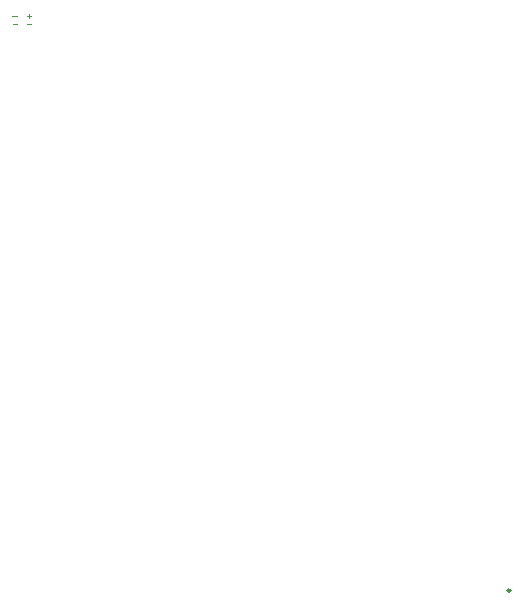
<source format=gbr>
%TF.GenerationSoftware,Altium Limited,Altium Designer,22.5.1 (42)*%
G04 Layer_Color=8388736*
%FSLAX45Y45*%
%MOMM*%
%TF.SameCoordinates,ADDB7551-072C-4BAF-947E-D85C9ED3ECA7*%
%TF.FilePolarity,Positive*%
%TF.FileFunction,Other,Mechanical_6*%
%TF.Part,Single*%
G01*
G75*
%TA.AperFunction,NonConductor*%
%ADD30C,0.25400*%
G36*
X1284206Y5206294D02*
X1244204D01*
X1239203D01*
Y5216291D01*
X1284206D01*
Y5206294D01*
D01*
D02*
G37*
G36*
X1283152Y5274922D02*
X1243150D01*
X1238148D01*
Y5284920D01*
X1283152D01*
Y5274922D01*
D01*
D02*
G37*
G36*
X1388344Y5283426D02*
X1403782D01*
Y5273426D01*
X1388344D01*
Y5258915D01*
X1378344D01*
Y5273426D01*
X1363782D01*
Y5283426D01*
X1378344D01*
Y5298915D01*
X1388344D01*
Y5283426D01*
D02*
G37*
G36*
X1402410Y5206454D02*
X1357406D01*
Y5216451D01*
X1402410D01*
Y5206454D01*
D02*
G37*
D30*
X5454789Y419100D02*
G03*
X5454789Y419100I-12700J0D01*
G01*
%TF.MD5,dfad89ef346f9b47cb3c299dd13ad3e2*%
M02*

</source>
